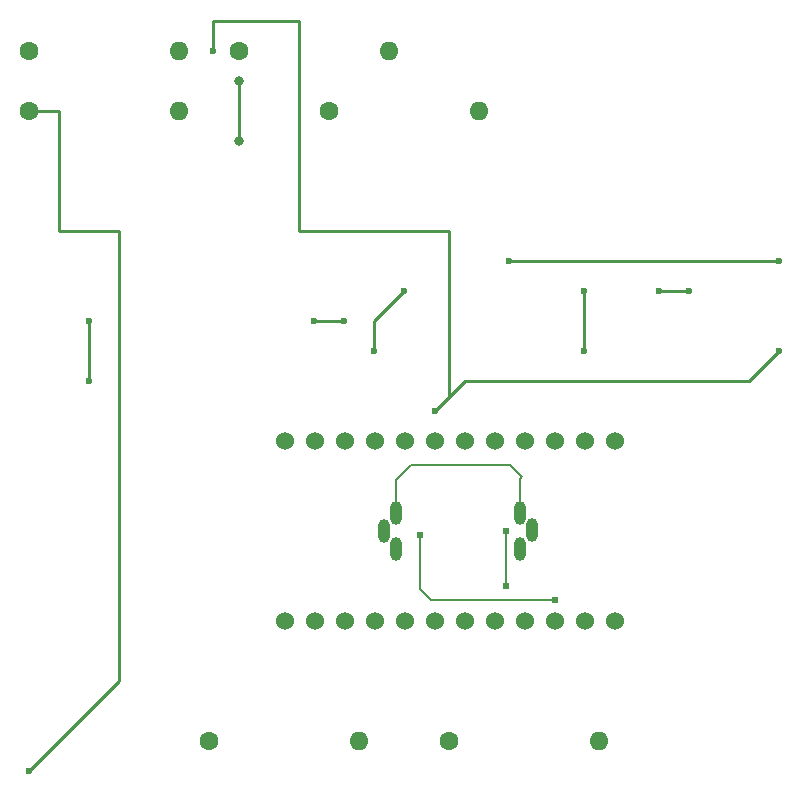
<source format=gbr>
%TF.GenerationSoftware,KiCad,Pcbnew,(7.0.0)*%
%TF.CreationDate,2023-08-25T10:12:56+02:00*%
%TF.ProjectId,JIG_MULTI,4a49475f-4d55-44c5-9449-2e6b69636164,rev?*%
%TF.SameCoordinates,Original*%
%TF.FileFunction,Copper,L2,Bot*%
%TF.FilePolarity,Positive*%
%FSLAX46Y46*%
G04 Gerber Fmt 4.6, Leading zero omitted, Abs format (unit mm)*
G04 Created by KiCad (PCBNEW (7.0.0)) date 2023-08-25 10:12:56*
%MOMM*%
%LPD*%
G01*
G04 APERTURE LIST*
%TA.AperFunction,ComponentPad*%
%ADD10C,1.524000*%
%TD*%
%TA.AperFunction,ComponentPad*%
%ADD11C,1.600000*%
%TD*%
%TA.AperFunction,ComponentPad*%
%ADD12O,1.600000X1.600000*%
%TD*%
%TA.AperFunction,ComponentPad*%
%ADD13O,1.000000X2.000000*%
%TD*%
%TA.AperFunction,ViaPad*%
%ADD14C,0.600000*%
%TD*%
%TA.AperFunction,ViaPad*%
%ADD15C,0.610000*%
%TD*%
%TA.AperFunction,ViaPad*%
%ADD16C,0.800000*%
%TD*%
%TA.AperFunction,Conductor*%
%ADD17C,0.250000*%
%TD*%
%TA.AperFunction,Conductor*%
%ADD18C,0.150000*%
%TD*%
G04 APERTURE END LIST*
D10*
%TO.P,U1,1*%
%TO.N,N/C*%
X64897000Y-88900000D03*
%TO.P,U1,2*%
X67437000Y-88900000D03*
%TO.P,U1,3*%
X69977000Y-88900000D03*
%TO.P,U1,4*%
X72517000Y-88900000D03*
%TO.P,U1,5*%
X75057000Y-88900000D03*
%TO.P,U1,6*%
X77597000Y-88900000D03*
%TO.P,U1,7*%
X80137000Y-88900000D03*
%TO.P,U1,8*%
X82677000Y-88900000D03*
%TO.P,U1,9*%
X85217000Y-88900000D03*
%TO.P,U1,10*%
X87757000Y-88900000D03*
%TO.P,U1,11*%
X90297000Y-88900000D03*
%TO.P,U1,12*%
X92837000Y-88900000D03*
%TD*%
D11*
%TO.P,R3,1*%
%TO.N,N/C*%
X60960000Y-40640000D03*
D12*
%TO.P,R3,2*%
X73659999Y-40639999D03*
%TD*%
D11*
%TO.P,R5,1*%
%TO.N,N/C*%
X58420000Y-99060000D03*
D12*
%TO.P,R5,2*%
X71119999Y-99059999D03*
%TD*%
D11*
%TO.P,R4,1*%
%TO.N,N/C*%
X68580000Y-45720000D03*
D12*
%TO.P,R4,2*%
X81279999Y-45719999D03*
%TD*%
D11*
%TO.P,R2,1*%
%TO.N,N/C*%
X43180000Y-45720000D03*
D12*
%TO.P,R2,2*%
X55879999Y-45719999D03*
%TD*%
D11*
%TO.P,R1,1*%
%TO.N,N/C*%
X43180000Y-40640000D03*
D12*
%TO.P,R1,2*%
X55879999Y-40639999D03*
%TD*%
D10*
%TO.P,U0,1*%
%TO.N,N/C*%
X64897000Y-73660000D03*
%TO.P,U0,2*%
X67437000Y-73660000D03*
%TO.P,U0,3*%
X69977000Y-73660000D03*
%TO.P,U0,4*%
X72517000Y-73660000D03*
%TO.P,U0,5*%
X75057000Y-73660000D03*
%TO.P,U0,6*%
X77597000Y-73660000D03*
%TO.P,U0,7*%
X80137000Y-73660000D03*
%TO.P,U0,8*%
X82677000Y-73660000D03*
%TO.P,U0,9*%
X85217000Y-73660000D03*
%TO.P,U0,10*%
X87757000Y-73660000D03*
%TO.P,U0,11*%
X90297000Y-73660000D03*
%TO.P,U0,12*%
X92837000Y-73660000D03*
%TD*%
D13*
%TO.P,UDC,24*%
%TO.N,N/C*%
X74294999Y-79755999D03*
%TO.P,UDC,25*%
X74294999Y-82855999D03*
%TO.P,UDC,26*%
X73294999Y-81355999D03*
%TO.P,UDC,27*%
X84794999Y-82855999D03*
%TO.P,UDC,28*%
X84794999Y-79755999D03*
%TO.P,UDC,29*%
X85794999Y-81255999D03*
%TD*%
D11*
%TO.P,R6,1*%
%TO.N,N/C*%
X78740000Y-99060000D03*
D12*
%TO.P,R6,2*%
X91439999Y-99059999D03*
%TD*%
D14*
%TO.N,*%
X77597000Y-71120000D03*
X69850000Y-63500000D03*
X58810000Y-40640000D03*
D15*
X87757000Y-87122000D03*
D14*
X99060000Y-60960000D03*
X67310000Y-63500000D03*
D15*
X83566000Y-81280000D03*
D14*
X72390000Y-66040000D03*
D16*
X60960000Y-48260000D03*
D15*
X83566000Y-85979000D03*
D16*
X60960000Y-43180000D03*
D14*
X83820000Y-58420000D03*
X96520000Y-60960000D03*
X48260000Y-68580000D03*
X48260000Y-63500000D03*
D15*
X76327000Y-81661000D03*
D14*
X106680000Y-58420000D03*
X90170000Y-66040000D03*
D16*
X60960000Y-43180000D03*
D14*
X106680000Y-66040000D03*
D16*
X60960000Y-48260000D03*
D14*
X43180000Y-101600000D03*
X74930000Y-60960000D03*
X90170000Y-60960000D03*
%TD*%
D17*
%TO.N,*%
X45720000Y-55880000D02*
X50800000Y-55880000D01*
X106680000Y-66040000D02*
X104140000Y-68580000D01*
D18*
X83947000Y-75692000D02*
X84963000Y-76708000D01*
D17*
X78740000Y-69977000D02*
X78740000Y-55880000D01*
X67310000Y-63500000D02*
X69850000Y-63500000D01*
D18*
X75565000Y-75692000D02*
X83947000Y-75692000D01*
X77216000Y-87122000D02*
X87757000Y-87122000D01*
D17*
X83820000Y-58420000D02*
X106680000Y-58420000D01*
X77597000Y-71120000D02*
X78740000Y-69977000D01*
X58810000Y-38100000D02*
X58810000Y-40640000D01*
X90170000Y-60960000D02*
X90170000Y-66040000D01*
X78740000Y-57150000D02*
X78740000Y-55880000D01*
X66040000Y-55880000D02*
X78740000Y-55880000D01*
X60960000Y-48260000D02*
X60960000Y-43180000D01*
D18*
X83566000Y-85979000D02*
X83566000Y-81280000D01*
X84963000Y-76708000D02*
X84795000Y-76876000D01*
D17*
X99060000Y-60960000D02*
X96520000Y-60960000D01*
D18*
X74295000Y-76962000D02*
X75565000Y-75692000D01*
D17*
X66040000Y-38100000D02*
X58810000Y-38100000D01*
X80137000Y-68580000D02*
X77597000Y-71120000D01*
D18*
X74295000Y-79756000D02*
X74295000Y-76962000D01*
D17*
X50800000Y-93980000D02*
X43180000Y-101600000D01*
D18*
X84795000Y-76876000D02*
X84795000Y-79756000D01*
D17*
X50800000Y-55880000D02*
X50800000Y-93980000D01*
X74930000Y-60960000D02*
X72390000Y-63500000D01*
X43180000Y-45720000D02*
X45720000Y-45720000D01*
X66040000Y-38100000D02*
X66040000Y-55880000D01*
D18*
X76327000Y-86233000D02*
X77216000Y-87122000D01*
D17*
X104140000Y-68580000D02*
X80137000Y-68580000D01*
X48260000Y-63500000D02*
X48260000Y-68580000D01*
X45720000Y-45720000D02*
X45720000Y-55880000D01*
X72390000Y-63500000D02*
X72390000Y-66040000D01*
D18*
X76327000Y-81661000D02*
X76327000Y-86233000D01*
%TD*%
M02*

</source>
